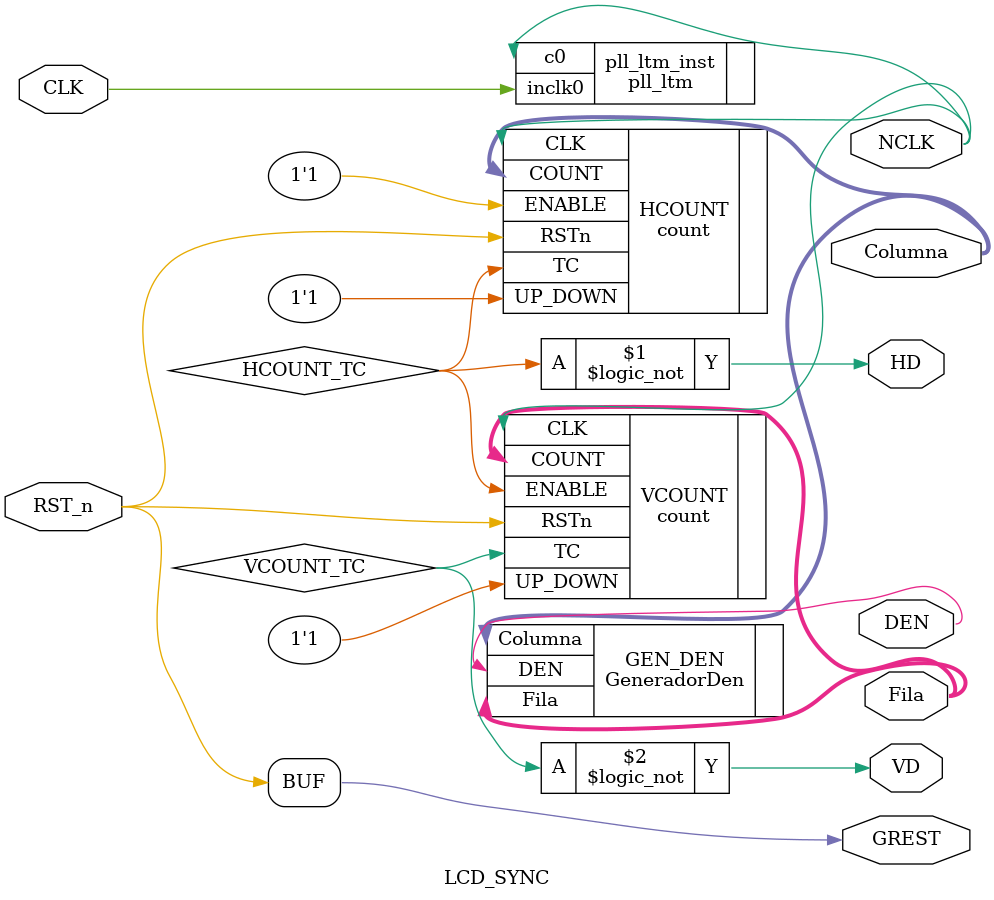
<source format=v>
module LCD_SYNC(
    input CLK, RST_n,
	 output DEN, NCLK, GREST, HD, VD,
    output [10:0] Columna,
    output [9:0] Fila
);
    wire HCOUNT_TC;
    wire VCOUNT_TC;

`ifdef TESTBENCH
    // SOLO PARA TESTS:
    assign NCLK = CLK;
`else
    pll_ltm pll_ltm_inst(
        .inclk0(CLK),
        .c0(NCLK)
    );
`endif

    count #(
        .modulo(1056)
    ) HCOUNT (
        .CLK(NCLK),
        .RSTn(RST_n),
        .ENABLE(1'b1),
        .UP_DOWN(1'b1),
        .COUNT(Columna),
        .TC(HCOUNT_TC)
    );

    count #(
        .modulo(525)
    ) VCOUNT (
        .CLK(NCLK),
        .RSTn(RST_n),
        .ENABLE(HCOUNT_TC),
        .UP_DOWN(1'b1),
        .COUNT(Fila),
        .TC(VCOUNT_TC)
    );

    GeneradorDen GEN_DEN (
        .Columna(Columna),
        .Fila(Fila),
        .DEN(DEN)
    );

    assign HD = !HCOUNT_TC;
    assign VD = !VCOUNT_TC;

    assign GREST = RST_n;

endmodule

</source>
